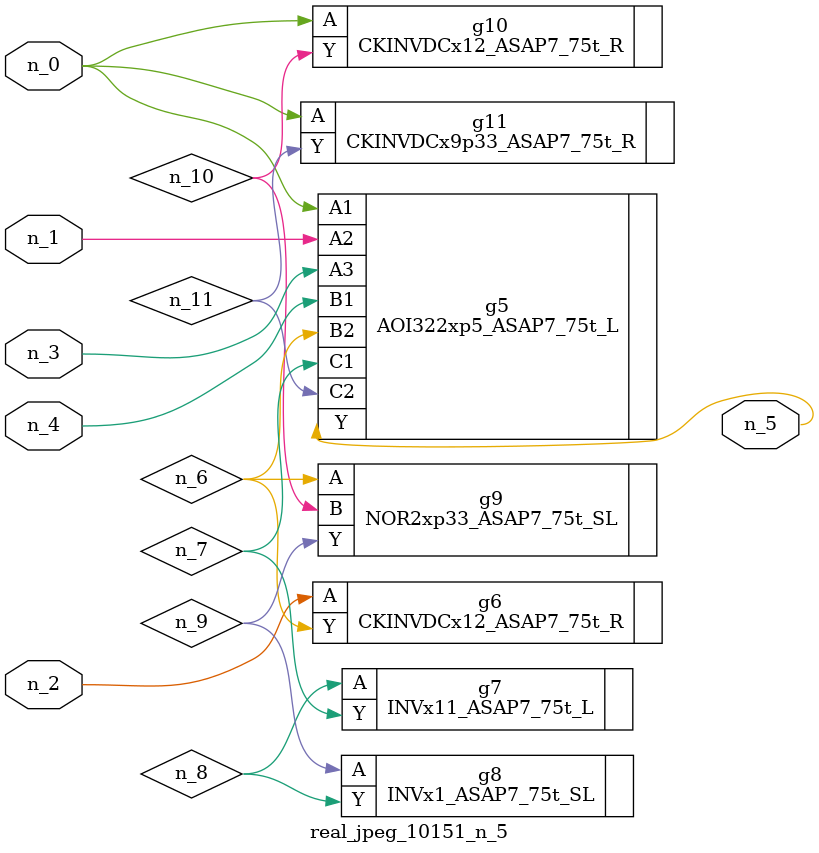
<source format=v>
module real_jpeg_10151_n_5 (n_4, n_0, n_1, n_2, n_3, n_5);

input n_4;
input n_0;
input n_1;
input n_2;
input n_3;

output n_5;

wire n_8;
wire n_11;
wire n_6;
wire n_7;
wire n_10;
wire n_9;

AOI322xp5_ASAP7_75t_L g5 ( 
.A1(n_0),
.A2(n_1),
.A3(n_3),
.B1(n_4),
.B2(n_6),
.C1(n_7),
.C2(n_11),
.Y(n_5)
);

CKINVDCx12_ASAP7_75t_R g10 ( 
.A(n_0),
.Y(n_10)
);

CKINVDCx9p33_ASAP7_75t_R g11 ( 
.A(n_0),
.Y(n_11)
);

CKINVDCx12_ASAP7_75t_R g6 ( 
.A(n_2),
.Y(n_6)
);

NOR2xp33_ASAP7_75t_SL g9 ( 
.A(n_6),
.B(n_10),
.Y(n_9)
);

INVx11_ASAP7_75t_L g7 ( 
.A(n_8),
.Y(n_7)
);

INVx1_ASAP7_75t_SL g8 ( 
.A(n_9),
.Y(n_8)
);


endmodule
</source>
